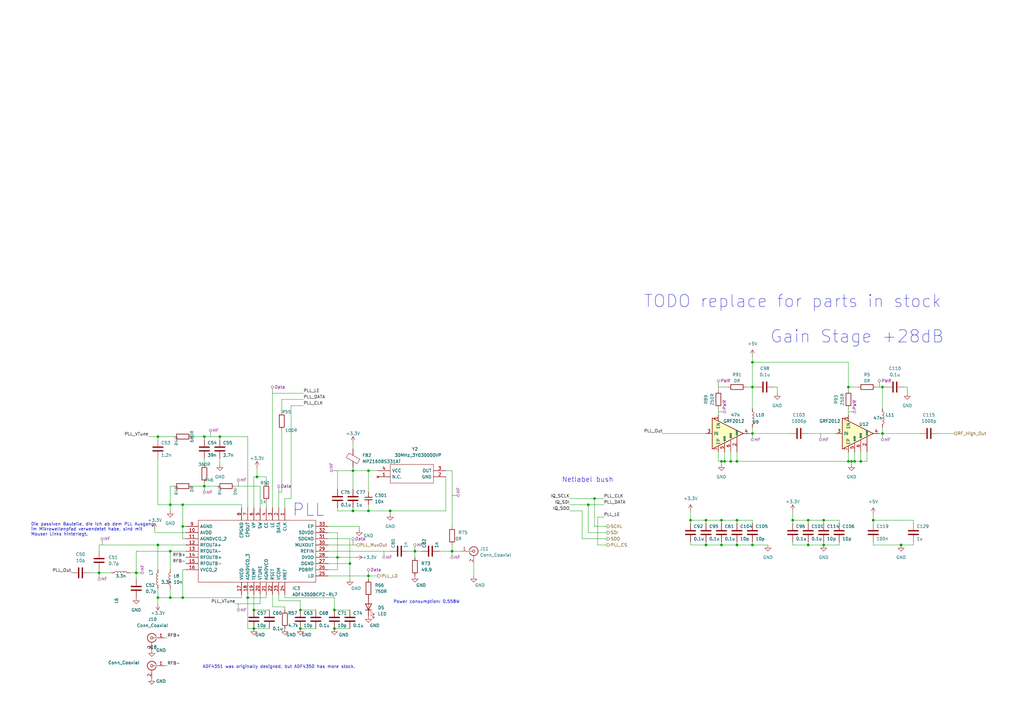
<source format=kicad_sch>
(kicad_sch (version 20231120) (generator "eeschema") (generator_version "8.0")
  (paper "A3")
  (lib_symbols
    (symbol "Connector:Conn_Coaxial" (pin_names (offset 1.016) hide)
      (property "Reference" "J" (at 0.254 3.048 0))
      (property "Value" "Conn_Coaxial" (at 2.921 0 90))
      (symbol "Conn_Coaxial_0_1"
        (arc (start -1.778 -0.508) (mid 0.2311 -1.8066) (end 1.778 0) (stroke (width 0.254)))
        (polyline (pts (xy -2.54 0) (xy -0.508 0)))
        (polyline (pts (xy 0 -2.54) (xy 0 -1.778)))
        (circle (center 0 0) (radius 0.508) (stroke (width 0.2032)))
        (arc (start 1.778 0) (mid 0.2099 1.8101) (end -1.778 0.508) (stroke (width 0.254)))
      )
      (symbol "Conn_Coaxial_1_1"
        (pin passive line (at -5.08 0 0) (length 2.54) (name "In") (number "1"))
        (pin passive line (at 0 -5.08 90) (length 2.54) (name "Ext") (number "2"))
      )
    )
    (symbol "Device:C" (pin_numbers hide) (pin_names (offset 0.254))
      (property "Reference" "C" (at 0.635 2.54 0))
      (property "Value" "C" (at 0.635 -2.54 0))
      (symbol "C_0_1"
        (polyline (pts (xy -2.032 -0.762) (xy 2.032 -0.762)) (stroke (width 0.508)))
        (polyline (pts (xy -2.032 0.762) (xy 2.032 0.762)) (stroke (width 0.508)))
      )
      (symbol "C_1_1"
        (pin passive line (at 0 3.81 270) (length 2.794) (name "~") (number "1"))
        (pin passive line (at 0 -3.81 90) (length 2.794) (name "~") (number "2"))
      )
    )
    (symbol "Device:C_Small" (pin_numbers hide) (pin_names (offset 0.254) hide)
      (property "Reference" "C" (at 0.254 1.778 0))
      (property "Value" "C_Small" (at 0.254 -2.032 0))
      (symbol "C_Small_0_1"
        (polyline (pts (xy -1.524 -0.508) (xy 1.524 -0.508)) (stroke (width 0.3302)))
        (polyline (pts (xy -1.524 0.508) (xy 1.524 0.508)) (stroke (width 0.3048)))
      )
      (symbol "C_Small_1_1"
        (pin passive line (at 0 2.54 270) (length 2.032) (name "~") (number "1"))
        (pin passive line (at 0 -2.54 90) (length 2.032) (name "~") (number "2"))
      )
    )
    (symbol "Device:FerriteBead" (pin_numbers hide) (pin_names (offset 0))
      (property "Reference" "FB" (at -3.81 0.635 90))
      (property "Value" "FerriteBead" (at 3.81 0 90))
      (symbol "FerriteBead_0_1"
        (polyline (pts (xy 0 -1.27) (xy 0 -1.2192)))
        (polyline (pts (xy 0 1.27) (xy 0 1.2954)))
        (polyline (pts (xy -2.7686 0.4064) (xy -1.7018 2.2606) (xy 2.7686 -0.3048) (xy 1.6764 -2.159) (xy -2.7686 0.4064)))
      )
      (symbol "FerriteBead_1_1"
        (pin passive line (at 0 3.81 270) (length 2.54) (name "~") (number "1"))
        (pin passive line (at 0 -3.81 90) (length 2.54) (name "~") (number "2"))
      )
    )
    (symbol "Device:L" (pin_numbers hide) (pin_names (offset 1.016) hide)
      (property "Reference" "L" (at -1.27 0 90))
      (property "Value" "L" (at 1.905 0 90))
      (symbol "L_0_1"
        (arc (start 0 -2.54) (mid 0.6323 -1.905) (end 0 -1.27))
        (arc (start 0 -1.27) (mid 0.6323 -0.635) (end 0 0))
        (arc (start 0 0) (mid 0.6323 0.635) (end 0 1.27))
        (arc (start 0 1.27) (mid 0.6323 1.905) (end 0 2.54))
      )
      (symbol "L_1_1"
        (pin passive line (at 0 3.81 270) (length 1.27) (name "1") (number "1"))
        (pin passive line (at 0 -3.81 90) (length 1.27) (name "2") (number "2"))
      )
    )
    (symbol "Device:LED" (pin_numbers hide) (pin_names (offset 1.016) hide)
      (property "Reference" "D" (at 0 2.54 0))
      (property "Value" "LED" (at 0 -2.54 0))
      (symbol "LED_0_1"
        (polyline (pts (xy -1.27 -1.27) (xy -1.27 1.27)) (stroke (width 0.254)))
        (polyline (pts (xy -1.27 0) (xy 1.27 0)))
        (polyline (pts (xy 1.27 -1.27) (xy 1.27 1.27) (xy -1.27 0) (xy 1.27 -1.27)) (stroke (width 0.254)))
        (polyline (pts (xy -3.048 -0.762) (xy -4.572 -2.286) (xy -3.81 -2.286) (xy -4.572 -2.286) (xy -4.572 -1.524)))
        (polyline (pts (xy -1.778 -0.762) (xy -3.302 -2.286) (xy -2.54 -2.286) (xy -3.302 -2.286) (xy -3.302 -1.524)))
      )
      (symbol "LED_1_1"
        (pin passive line (at -3.81 0 0) (length 2.54) (name "K") (number "1"))
        (pin passive line (at 3.81 0 180) (length 2.54) (name "A") (number "2"))
      )
    )
    (symbol "Device:R" (pin_numbers hide) (pin_names (offset 0))
      (property "Reference" "R" (at 2.032 0 90))
      (property "Value" "R" (at 0 0 90))
      (symbol "R_0_1"
        (rectangle (start -1.016 -2.54) (end 1.016 2.54) (stroke (width 0.254)))
      )
      (symbol "R_1_1"
        (pin passive line (at 0 3.81 270) (length 1.27) (name "~") (number "1"))
        (pin passive line (at 0 -3.81 90) (length 1.27) (name "~") (number "2"))
      )
    )
    (symbol "SamacSys_Parts:ADF4351BCPZ" (pin_names (offset 0.762))
      (property "Reference" "IC" (at 31.75 17.78 0))
      (property "Value" "ADF4351BCPZ" (at 31.75 15.24 0))
      (symbol "ADF4351BCPZ_0_0"
        (pin passive line (at 0 0 0) (length 5.08) (name "CLK") (number "1"))
        (pin passive line (at 10.16 -40.64 90) (length 5.08) (name "AVDD") (number "10"))
        (pin passive line (at 12.7 -40.64 90) (length 5.08) (name "AGNDVCO_2") (number "11"))
        (pin passive line (at 15.24 -40.64 90) (length 5.08) (name "RFOUTA+") (number "12"))
        (pin passive line (at 17.78 -40.64 90) (length 5.08) (name "RFOUTA-") (number "13"))
        (pin passive line (at 20.32 -40.64 90) (length 5.08) (name "RFOUTB+") (number "14"))
        (pin passive line (at 22.86 -40.64 90) (length 5.08) (name "RFOUTB-") (number "15"))
        (pin passive line (at 25.4 -40.64 90) (length 5.08) (name "VVCO_2") (number "16"))
        (pin passive line (at 35.56 -17.78 180) (length 5.08) (name "VVCO") (number "17"))
        (pin passive line (at 35.56 -15.24 180) (length 5.08) (name "AGNDVCO_3") (number "18"))
        (pin passive line (at 35.56 -12.7 180) (length 5.08) (name "TEMP") (number "19"))
        (pin passive line (at 0 -2.54 0) (length 5.08) (name "DATA") (number "2"))
        (pin passive line (at 35.56 -10.16 180) (length 5.08) (name "VTUNE") (number "20"))
        (pin passive line (at 35.56 -7.62 180) (length 5.08) (name "AGNDVCO") (number "21"))
        (pin passive line (at 35.56 -5.08 180) (length 5.08) (name "RSET") (number "22"))
        (pin passive line (at 35.56 -2.54 180) (length 5.08) (name "VCOM") (number "23"))
        (pin passive line (at 35.56 0 180) (length 5.08) (name "VREF") (number "24"))
        (pin passive line (at 27.94 17.78 270) (length 5.08) (name "LD") (number "25"))
        (pin passive line (at 25.4 17.78 270) (length 5.08) (name "PDBRF") (number "26"))
        (pin passive line (at 22.86 17.78 270) (length 5.08) (name "DGND") (number "27"))
        (pin passive line (at 20.32 17.78 270) (length 5.08) (name "DVDD") (number "28"))
        (pin passive line (at 17.78 17.78 270) (length 5.08) (name "REFIN") (number "29"))
        (pin passive line (at 0 -5.08 0) (length 5.08) (name "LE") (number "3"))
        (pin passive line (at 15.24 17.78 270) (length 5.08) (name "MUXOUT") (number "30"))
        (pin passive line (at 12.7 17.78 270) (length 5.08) (name "SDGND") (number "31"))
        (pin passive line (at 10.16 17.78 270) (length 5.08) (name "SDVDD") (number "32"))
        (pin passive line (at 7.62 17.78 270) (length 5.08) (name "EP") (number "33"))
        (pin passive line (at 0 -7.62 0) (length 5.08) (name "CE") (number "4"))
        (pin passive line (at 0 -10.16 0) (length 5.08) (name "SW") (number "5"))
        (pin passive line (at 0 -12.7 0) (length 5.08) (name "VP") (number "6"))
        (pin passive line (at 0 -15.24 0) (length 5.08) (name "CPOUT") (number "7"))
        (pin passive line (at 0 -17.78 0) (length 5.08) (name "CPGND") (number "8"))
        (pin passive line (at 7.62 -40.64 90) (length 5.08) (name "AGND") (number "9"))
      )
      (symbol "ADF4351BCPZ_0_1"
        (polyline (pts (xy 5.08 12.7) (xy 30.48 12.7) (xy 30.48 -35.56) (xy 5.08 -35.56) (xy 5.08 12.7)) (stroke (width 0.1524)))
      )
    )
    (symbol "SamacSys_Parts:TG2520SMN_30.000M-MCGNNM0" (pin_names (offset 0.762))
      (property "Reference" "Y" (at 24.13 7.62 0))
      (property "Value" "TG2520SMN_30.000M-MCGNNM0" (at 24.13 5.08 0))
      (symbol "TG2520SMN_30.000M-MCGNNM0_0_0"
        (pin no_connect line (at 0 -2.54 0) (length 5.08) (name "N.C.") (number "1"))
        (pin passive line (at 27.94 -2.54 180) (length 5.08) (name "GND") (number "2"))
        (pin passive line (at 27.94 0 180) (length 5.08) (name "OUT") (number "3"))
        (pin passive line (at 0 0 0) (length 5.08) (name "VCC") (number "4"))
      )
      (symbol "TG2520SMN_30.000M-MCGNNM0_0_1"
        (polyline (pts (xy 5.08 2.54) (xy 22.86 2.54) (xy 22.86 -5.08) (xy 5.08 -5.08) (xy 5.08 2.54)) (stroke (width 0.1524)))
      )
    )
    (symbol "parts:GRF2012"
      (property "Reference" "U" (at -17.78 1.27 0))
      (property "Value" "GRF2012" (at 8.89 6.35 0))
      (symbol "GRF2012_0_0"
        (pin output line (at 12.7 0 180) (length 2.54) (name "~") (number "4"))
        (pin passive line (at 2.54 -7.62 90) (length 3.8) (name "GND") (number "5"))
        (pin passive line (at 5.08 -7.62 90) (length 5.08) (name "GND") (number "6"))
        (pin passive line (at 0 -7.62 90) (length 2.54) (name "EP") (number "7"))
      )
      (symbol "GRF2012_0_1"
        (polyline (pts (xy 10.16 0) (xy -2.54 6.35) (xy -2.54 -6.35) (xy 10.16 0)) (stroke (width 0.254)) (fill (type background)))
      )
      (symbol "GRF2012_1_1"
        (pin input line (at 0 7.62 270) (length 2.54) (name "EN") (number "1"))
        (pin passive line (at 7.62 -7.62 90) (length 6.2) (name "GND") (number "2"))
        (pin input line (at -5.08 0 0) (length 2.54) (name "IN") (number "3"))
      )
    )
    (symbol "power:+3.3V" (power) (pin_names (offset 0))
      (property "Value" "+3.3V" (at 0 3.556 0))
      (symbol "+3.3V_0_1"
        (polyline (pts (xy -0.762 1.27) (xy 0 2.54)))
        (polyline (pts (xy 0 0) (xy 0 2.54)))
        (polyline (pts (xy 0 2.54) (xy 0.762 1.27)))
      )
      (symbol "+3.3V_1_1"
        (pin power_in line (at 0 0 90) (length 0) hide (name "+3.3V") (number "1"))
      )
    )
    (symbol "power:+5V" (power) (pin_names (offset 0))
      (property "Value" "+5V" (at 0 3.556 0))
      (symbol "+5V_0_1"
        (polyline (pts (xy -0.762 1.27) (xy 0 2.54)))
        (polyline (pts (xy 0 0) (xy 0 2.54)))
        (polyline (pts (xy 0 2.54) (xy 0.762 1.27)))
      )
      (symbol "+5V_1_1"
        (pin power_in line (at 0 0 90) (length 0) hide (name "+5V") (number "1"))
      )
    )
    (symbol "power:GND" (power) (pin_names (offset 0))
      (property "Value" "GND" (at 0 -3.81 0))
      (symbol "GND_0_1"
        (polyline (pts (xy 0 0) (xy 0 -1.27) (xy 1.27 -1.27) (xy 0 -2.54) (xy -1.27 -1.27) (xy 0 -1.27)))
      )
      (symbol "GND_1_1"
        (pin power_in line (at 0 0 270) (length 0) hide (name "GND") (number "1"))
      )
    )
  )
  (junction (at 325.12 213.36))
  (junction (at 40.64 234.95))
  (junction (at 137.16 250.19))
  (junction (at 185.42 226.06))
  (junction (at 104.14 257.81))
  (junction (at 170.18 226.06))
  (junction (at 69.85 226.06))
  (junction (at 64.77 179.07))
  (junction (at 90.17 179.07))
  (junction (at 350.52 189.23))
  (junction (at 138.43 228.6))
  (junction (at 64.77 223.52))
  (junction (at 358.14 213.36))
  (junction (at 83.82 179.07))
  (junction (at 74.93 215.9))
  (junction (at 331.47 213.36))
  (junction (at 347.98 158.75))
  (junction (at 241.3 207.01))
  (junction (at 144.78 209.55))
  (junction (at 353.06 189.23))
  (junction (at 299.72 189.23))
  (junction (at 143.51 231.14))
  (junction (at 295.91 213.36))
  (junction (at 289.56 213.36))
  (junction (at 361.95 177.8))
  (junction (at 337.82 223.52))
  (junction (at 302.26 213.36))
  (junction (at 308.61 177.8))
  (junction (at 151.13 193.04))
  (junction (at 349.25 189.23))
  (junction (at 283.21 213.36))
  (junction (at 160.02 209.55))
  (junction (at 64.77 245.11))
  (junction (at 331.47 223.52))
  (junction (at 69.85 245.11))
  (junction (at 69.85 207.01))
  (junction (at 337.82 213.36))
  (junction (at 295.91 189.23))
  (junction (at 104.14 250.19))
  (junction (at 144.78 193.04))
  (junction (at 295.91 223.52))
  (junction (at 151.13 209.55))
  (junction (at 151.13 236.22))
  (junction (at 302.26 189.23))
  (junction (at 123.19 257.81))
  (junction (at 137.16 257.81))
  (junction (at 302.26 223.52))
  (junction (at 308.61 148.59))
  (junction (at 289.56 223.52))
  (junction (at 308.61 223.52))
  (junction (at 243.84 204.47))
  (junction (at 347.98 189.23))
  (junction (at 105.41 195.58))
  (junction (at 123.19 250.19))
  (junction (at 74.93 207.01))
  (junction (at 74.93 245.11))
  (junction (at 361.95 158.75))
  (junction (at 55.88 234.95))
  (junction (at 369.57 223.52))
  (junction (at 297.18 189.23))
  (junction (at 101.6 245.11))
  (junction (at 308.61 158.75))
  (junction (at 83.82 199.39))
  (wire (pts (xy 104.14 195.58) (xy 105.41 195.58)))
  (wire (pts (xy 351.79 158.75) (xy 347.98 158.75)))
  (wire (pts (xy 289.56 223.52) (xy 295.91 223.52)))
  (wire (pts (xy 137.16 250.19) (xy 143.51 250.19)))
  (wire (pts (xy 90.17 187.96) (xy 90.17 190.5)))
  (wire (pts (xy 138.43 228.6) (xy 146.05 228.6)))
  (wire (pts (xy 137.16 245.11) (xy 137.16 250.19)))
  (wire (pts (xy 99.06 208.28) (xy 99.06 207.01)))
  (wire (pts (xy 359.41 158.75) (xy 361.95 158.75)))
  (wire (pts (xy 104.14 195.58) (xy 104.14 208.28)))
  (wire (pts (xy 99.06 207.01) (xy 74.93 207.01)))
  (wire (pts (xy 74.93 215.9) (xy 76.2 215.9)))
  (wire (pts (xy 358.14 213.36) (xy 374.65 213.36)))
  (wire (pts (xy 248.92 218.44) (xy 241.3 218.44)))
  (wire (pts (xy 111.76 248.92) (xy 116.84 248.92)))
  (wire (pts (xy 74.93 220.98) (xy 74.93 215.9)))
  (wire (pts (xy 331.47 213.36) (xy 331.47 214.63)))
  (wire (pts (xy 302.26 213.36) (xy 308.61 213.36)))
  (wire (pts (xy 144.78 209.55) (xy 144.78 208.28)))
  (wire (pts (xy 124.46 161.29) (xy 111.76 161.29)))
  (wire (pts (xy 64.77 187.96) (xy 64.77 207.01)))
  (wire (pts (xy 123.19 257.81) (xy 129.54 257.81)))
  (wire (pts (xy 151.13 209.55) (xy 160.02 209.55)))
  (wire (pts (xy 347.98 148.59) (xy 347.98 158.75)))
  (wire (pts (xy 151.13 236.22) (xy 154.94 236.22)))
  (wire (pts (xy 369.57 223.52) (xy 374.65 223.52)))
  (wire (pts (xy 83.82 179.07) (xy 83.82 180.34)))
  (wire (pts (xy 134.62 236.22) (xy 151.13 236.22)))
  (wire (pts (xy 337.82 223.52) (xy 331.47 223.52)))
  (wire (pts (xy 170.18 226.06) (xy 172.72 226.06)))
  (wire (pts (xy 295.91 189.23) (xy 297.18 189.23)))
  (wire (pts (xy 67.31 261.62) (xy 68.58 261.62)))
  (wire (pts (xy 123.19 250.19) (xy 123.19 246.38)))
  (wire (pts (xy 64.77 223.52) (xy 64.77 233.68)))
  (wire (pts (xy 55.88 226.06) (xy 69.85 226.06)))
  (wire (pts (xy 64.77 223.52) (xy 76.2 223.52)))
  (wire (pts (xy 64.77 245.11) (xy 64.77 241.3)))
  (wire (pts (xy 302.26 223.52) (xy 308.61 223.52)))
  (wire (pts (xy 294.64 158.75) (xy 294.64 160.02)))
  (wire (pts (xy 295.91 189.23) (xy 295.91 190.5)))
  (wire (pts (xy 83.82 187.96) (xy 83.82 190.5)))
  (wire (pts (xy 96.52 199.39) (xy 106.68 199.39)))
  (wire (pts (xy 106.68 243.84) (xy 106.68 247.65)))
  (wire (pts (xy 101.6 243.84) (xy 101.6 245.11)))
  (wire (pts (xy 69.85 226.06) (xy 76.2 226.06)))
  (wire (pts (xy 325.12 209.55) (xy 325.12 213.36)))
  (wire (pts (xy 360.68 177.8) (xy 361.95 177.8)))
  (wire (pts (xy 283.21 222.25) (xy 283.21 223.52)))
  (wire (pts (xy 248.92 215.9) (xy 243.84 215.9)))
  (wire (pts (xy 104.14 257.81) (xy 110.49 257.81)))
  (wire (pts (xy 325.12 213.36) (xy 325.12 214.63)))
  (wire (pts (xy 151.13 193.04) (xy 151.13 201.93)))
  (wire (pts (xy 349.25 189.23) (xy 349.25 190.5)))
  (wire (pts (xy 374.65 213.36) (xy 374.65 214.63)))
  (wire (pts (xy 318.77 158.75) (xy 317.5 158.75)))
  (wire (pts (xy 347.98 167.64) (xy 347.98 170.18)))
  (wire (pts (xy 247.65 212.09) (xy 245.11 212.09)))
  (wire (pts (xy 241.3 207.01) (xy 247.65 207.01)))
  (wire (pts (xy 134.62 228.6) (xy 138.43 228.6)))
  (wire (pts (xy 325.12 213.36) (xy 331.47 213.36)))
  (wire (pts (xy 308.61 177.8) (xy 323.85 177.8)))
  (wire (pts (xy 185.42 193.04) (xy 185.42 215.9)))
  (wire (pts (xy 101.6 257.81) (xy 104.14 257.81)))
  (wire (pts (xy 355.6 185.42) (xy 355.6 189.23)))
  (wire (pts (xy 294.64 167.64) (xy 294.64 170.18)))
  (wire (pts (xy 243.84 204.47) (xy 247.65 204.47)))
  (wire (pts (xy 99.06 243.84) (xy 99.06 245.11)))
  (wire (pts (xy 271.78 177.8) (xy 289.56 177.8)))
  (wire (pts (xy 185.42 226.06) (xy 185.42 223.52)))
  (wire (pts (xy 144.78 193.04) (xy 144.78 200.66)))
  (wire (pts (xy 337.82 223.52) (xy 337.82 222.25)))
  (wire (pts (xy 67.31 273.05) (xy 68.58 273.05)))
  (wire (pts (xy 40.64 223.52) (xy 40.64 226.06)))
  (wire (pts (xy 347.98 189.23) (xy 349.25 189.23)))
  (wire (pts (xy 138.43 209.55) (xy 144.78 209.55)))
  (wire (pts (xy 302.26 185.42) (xy 302.26 189.23)))
  (wire (pts (xy 289.56 213.36) (xy 289.56 214.63)))
  (wire (pts (xy 137.16 245.11) (xy 116.84 245.11)))
  (wire (pts (xy 358.14 210.82) (xy 358.14 213.36)))
  (wire (pts (xy 167.64 226.06) (xy 170.18 226.06)))
  (wire (pts (xy 349.25 189.23) (xy 350.52 189.23)))
  (wire (pts (xy 151.13 207.01) (xy 151.13 209.55)))
  (wire (pts (xy 294.64 185.42) (xy 294.64 189.23)))
  (wire (pts (xy 134.62 226.06) (xy 160.02 226.06)))
  (wire (pts (xy 134.62 231.14) (xy 143.51 231.14)))
  (wire (pts (xy 374.65 222.25) (xy 374.65 223.52)))
  (wire (pts (xy 325.12 223.52) (xy 325.12 222.25)))
  (wire (pts (xy 55.88 234.95) (xy 55.88 237.49)))
  (wire (pts (xy 299.72 189.23) (xy 302.26 189.23)))
  (wire (pts (xy 96.52 247.65) (xy 106.68 247.65)))
  (wire (pts (xy 40.64 234.95) (xy 45.72 234.95)))
  (wire (pts (xy 60.96 179.07) (xy 64.77 179.07)))
  (wire (pts (xy 69.85 245.11) (xy 64.77 245.11)))
  (wire (pts (xy 361.95 158.75) (xy 361.95 167.64)))
  (wire (pts (xy 83.82 179.07) (xy 78.74 179.07)))
  (wire (pts (xy 119.38 204.47) (xy 116.84 204.47)))
  (wire (pts (xy 134.62 215.9) (xy 147.32 215.9)))
  (wire (pts (xy 308.61 213.36) (xy 308.61 214.63)))
  (wire (pts (xy 308.61 158.75) (xy 309.88 158.75)))
  (wire (pts (xy 134.62 218.44) (xy 138.43 218.44)))
  (wire (pts (xy 40.64 233.68) (xy 40.64 234.95)))
  (wire (pts (xy 64.77 180.34) (xy 64.77 179.07)))
  (wire (pts (xy 109.22 245.11) (xy 101.6 245.11)))
  (wire (pts (xy 344.17 213.36) (xy 344.17 214.63)))
  (wire (pts (xy 138.43 200.66) (xy 138.43 193.04)))
  (wire (pts (xy 134.62 233.68) (xy 138.43 233.68)))
  (wire (pts (xy 105.41 195.58) (xy 105.41 191.77)))
  (wire (pts (xy 90.17 179.07) (xy 83.82 179.07)))
  (wire (pts (xy 74.93 207.01) (xy 74.93 215.9)))
  (wire (pts (xy 361.95 158.75) (xy 363.22 158.75)))
  (wire (pts (xy 144.78 181.61) (xy 144.78 184.15)))
  (wire (pts (xy 104.14 250.19) (xy 110.49 250.19)))
  (wire (pts (xy 337.82 213.36) (xy 344.17 213.36)))
  (wire (pts (xy 114.3 201.93) (xy 115.57 201.93)))
  (wire (pts (xy 104.14 243.84) (xy 104.14 250.19)))
  (wire (pts (xy 99.06 245.11) (xy 74.93 245.11)))
  (wire (pts (xy 308.61 146.05) (xy 308.61 148.59)))
  (wire (pts (xy 138.43 233.68) (xy 138.43 228.6)))
  (wire (pts (xy 331.47 223.52) (xy 325.12 223.52)))
  (wire (pts (xy 151.13 236.22) (xy 151.13 237.49)))
  (wire (pts (xy 337.82 213.36) (xy 337.82 214.63)))
  (wire (pts (xy 238.76 209.55) (xy 233.68 209.55)))
  (wire (pts (xy 109.22 243.84) (xy 109.22 245.11)))
  (wire (pts (xy 308.61 175.26) (xy 308.61 177.8)))
  (wire (pts (xy 115.57 176.53) (xy 115.57 201.93)))
  (wire (pts (xy 144.78 193.04) (xy 151.13 193.04)))
  (wire (pts (xy 90.17 179.07) (xy 90.17 180.34)))
  (wire (pts (xy 74.93 207.01) (xy 69.85 207.01)))
  (wire (pts (xy 116.84 245.11) (xy 116.84 243.84)))
  (wire (pts (xy 294.64 189.23) (xy 295.91 189.23)))
  (wire (pts (xy 53.34 234.95) (xy 55.88 234.95)))
  (wire (pts (xy 347.98 158.75) (xy 347.98 160.02)))
  (wire (pts (xy 298.45 158.75) (xy 294.64 158.75)))
  (wire (pts (xy 74.93 245.11) (xy 69.85 245.11)))
  (wire (pts (xy 308.61 148.59) (xy 347.98 148.59)))
  (wire (pts (xy 297.18 185.42) (xy 297.18 189.23)))
  (wire (pts (xy 350.52 189.23) (xy 353.06 189.23)))
  (wire (pts (xy 361.95 177.8) (xy 377.19 177.8)))
  (wire (pts (xy 344.17 223.52) (xy 337.82 223.52)))
  (wire (pts (xy 302.26 189.23) (xy 347.98 189.23)))
  (wire (pts (xy 358.14 222.25) (xy 358.14 223.52)))
  (wire (pts (xy 109.22 205.74) (xy 109.22 208.28)))
  (wire (pts (xy 101.6 208.28) (xy 101.6 179.07)))
  (wire (pts (xy 109.22 195.58) (xy 109.22 198.12)))
  (wire (pts (xy 69.85 241.3) (xy 69.85 245.11)))
  (wire (pts (xy 111.76 161.29) (xy 111.76 208.28)))
  (wire (pts (xy 318.77 161.29) (xy 318.77 158.75)))
  (wire (pts (xy 307.34 177.8) (xy 308.61 177.8)))
  (wire (pts (xy 358.14 223.52) (xy 369.57 223.52)))
  (wire (pts (xy 64.77 245.11) (xy 64.77 247.65)))
  (wire (pts (xy 40.64 223.52) (xy 64.77 223.52)))
  (wire (pts (xy 180.34 226.06) (xy 185.42 226.06)))
  (wire (pts (xy 134.62 223.52) (xy 146.05 223.52)))
  (wire (pts (xy 115.57 163.83) (xy 124.46 163.83)))
  (wire (pts (xy 295.91 213.36) (xy 302.26 213.36)))
  (wire (pts (xy 119.38 166.37) (xy 124.46 166.37)))
  (wire (pts (xy 185.42 226.06) (xy 189.23 226.06)))
  (wire (pts (xy 105.41 195.58) (xy 109.22 195.58)))
  (wire (pts (xy 138.43 208.28) (xy 138.43 209.55)))
  (wire (pts (xy 138.43 218.44) (xy 138.43 228.6)))
  (wire (pts (xy 295.91 223.52) (xy 302.26 223.52)))
  (wire (pts (xy 123.19 250.19) (xy 129.54 250.19)))
  (wire (pts (xy 69.85 207.01) (xy 69.85 209.55)))
  (wire (pts (xy 245.11 223.52) (xy 248.92 223.52)))
  (wire (pts (xy 283.21 213.36) (xy 283.21 214.63)))
  (wire (pts (xy 243.84 215.9) (xy 243.84 204.47)))
  (wire (pts (xy 295.91 213.36) (xy 295.91 214.63)))
  (wire (pts (xy 55.88 226.06) (xy 55.88 234.95)))
  (wire (pts (xy 160.02 209.55) (xy 160.02 210.82)))
  (wire (pts (xy 331.47 213.36) (xy 337.82 213.36)))
  (wire (pts (xy 283.21 213.36) (xy 289.56 213.36)))
  (wire (pts (xy 306.07 158.75) (xy 308.61 158.75)))
  (wire (pts (xy 283.21 223.52) (xy 289.56 223.52)))
  (wire (pts (xy 295.91 222.25) (xy 295.91 223.52)))
  (wire (pts (xy 344.17 222.25) (xy 344.17 223.52)))
  (wire (pts (xy 134.62 220.98) (xy 143.51 220.98)))
  (wire (pts (xy 372.11 161.29) (xy 372.11 158.75)))
  (wire (pts (xy 358.14 213.36) (xy 358.14 214.63)))
  (wire (pts (xy 182.88 193.04) (xy 185.42 193.04)))
  (wire (pts (xy 74.93 245.11) (xy 74.93 233.68)))
  (wire (pts (xy 76.2 220.98) (xy 74.93 220.98)))
  (wire (pts (xy 331.47 223.52) (xy 331.47 222.25)))
  (wire (pts (xy 78.74 199.39) (xy 83.82 199.39)))
  (wire (pts (xy 144.78 191.77) (xy 144.78 193.04)))
  (wire (pts (xy 238.76 220.98) (xy 238.76 209.55)))
  (wire (pts (xy 69.85 233.68) (xy 69.85 226.06)))
  (wire (pts (xy 245.11 212.09) (xy 245.11 223.52)))
  (wire (pts (xy 297.18 189.23) (xy 299.72 189.23)))
  (wire (pts (xy 194.31 231.14) (xy 194.31 236.22)))
  (wire (pts (xy 182.88 195.58) (xy 182.88 209.55)))
  (wire (pts (xy 71.12 199.39) (xy 69.85 199.39)))
  (wire (pts (xy 147.32 217.17) (xy 147.32 215.9)))
  (wire (pts (xy 115.57 168.91) (xy 115.57 163.83)))
  (wire (pts (xy 101.6 245.11) (xy 101.6 257.81)))
  (wire (pts (xy 83.82 199.39) (xy 88.9 199.39)))
  (wire (pts (xy 138.43 193.04) (xy 144.78 193.04)))
  (wire (pts (xy 137.16 257.81) (xy 143.51 257.81)))
  (wire (pts (xy 143.51 231.14) (xy 143.51 237.49)))
  (wire (pts (xy 308.61 148.59) (xy 308.61 158.75)))
  (wire (pts (xy 384.81 177.8) (xy 391.16 177.8)))
  (wire (pts (xy 63.5 218.44) (xy 76.2 218.44)))
  (wire (pts (xy 299.72 185.42) (xy 299.72 189.23)))
  (wire (pts (xy 353.06 189.23) (xy 355.6 189.23)))
  (wire (pts (xy 114.3 208.28) (xy 114.3 201.93)))
  (wire (pts (xy 308.61 223.52) (xy 314.96 223.52)))
  (wire (pts (xy 241.3 218.44) (xy 241.3 207.01)))
  (wire (pts (xy 302.26 213.36) (xy 302.26 214.63)))
  (wire (pts (xy 64.77 179.07) (xy 71.12 179.07)))
  (wire (pts (xy 69.85 199.39) (xy 69.85 207.01)))
  (wire (pts (xy 114.3 246.38) (xy 114.3 243.84)))
  (wire (pts (xy 116.84 204.47) (xy 116.84 208.28)))
  (wire (pts (xy 308.61 158.75) (xy 308.61 167.64)))
  (wire (pts (xy 74.93 233.68) (xy 76.2 233.68)))
  (wire (pts (xy 347.98 185.42) (xy 347.98 189.23)))
  (wire (pts (xy 283.21 209.55) (xy 283.21 213.36)))
  (wire (pts (xy 116.84 248.92) (xy 116.84 250.19)))
  (wire (pts (xy 353.06 185.42) (xy 353.06 189.23)))
  (wire (pts (xy 350.52 185.42) (xy 350.52 189.23)))
  (wire (pts (xy 182.88 209.55) (xy 160.02 209.55)))
  (wire (pts (xy 372.11 158.75) (xy 370.84 158.75)))
  (wire (pts (xy 151.13 193.04) (xy 154.94 193.04)))
  (wire (pts (xy 289.56 222.25) (xy 289.56 223.52)))
  (wire (pts (xy 36.83 234.95) (xy 40.64 234.95)))
  (wire (pts (xy 106.68 199.39) (xy 106.68 208.28)))
  (wire (pts (xy 170.18 226.06) (xy 170.18 228.6)))
  (wire (pts (xy 241.3 207.01) (xy 233.68 207.01)))
  (wire (pts (xy 331.47 177.8) (xy 342.9 177.8)))
  (wire (pts (xy 302.26 222.25) (xy 302.26 223.52)))
  (wire (pts (xy 289.56 213.36) (xy 295.91 213.36)))
  (wire (pts (xy 143.51 220.98) (xy 143.51 231.14)))
  (wire (pts (xy 248.92 220.98) (xy 238.76 220.98)))
  (wire (pts (xy 119.38 166.37) (xy 119.38 204.47)))
  (wire (pts (xy 123.19 246.38) (xy 114.3 246.38)))
  (wire (pts (xy 361.95 175.26) (xy 361.95 177.8)))
  (wire (pts (xy 233.68 204.47) (xy 243.84 204.47)))
  (wire (pts (xy 63.5 218.44) (xy 63.5 217.17)))
  (wire (pts (xy 308.61 222.25) (xy 308.61 223.52)))
  (wire (pts (xy 144.78 209.55) (xy 151.13 209.55)))
  (wire (pts (xy 83.82 198.12) (xy 83.82 199.39)))
  (wire (pts (xy 64.77 207.01) (xy 69.85 207.01)))
  (wire (pts (xy 111.76 243.84) (xy 111.76 248.92)))
  (wire (pts (xy 101.6 179.07) (xy 90.17 179.07)))
  (text "Netlabel bush" (at 241.046 196.85 0) (effects (font (size 2 2))))
  (text "Power consumption: 0.558W" (at 161.29 247.65 0) (effects (font (size 1.27 1.27)) (justify left bottom)))
  (text "PLL" (at 126.492 209.296 0) (effects (font (size 5.08 5.08))))
  (text "Die passiven Bauteile, die ich ab dem PLL Ausgang\nim Mikrowellenpfad verwendetet habe, sind mit\nMouser Links hinterlegt.\n" (at 12.7 217.17 0) (effects (font (size 1.27 1.27)) (justify left)))
  (text "Gain Stage +28dB" (at 351.536 138.176 0) (effects (font (size 5.08 5.08))))
  (text "TODO replace for parts in stock" (at 325.12 123.698 0) (effects (font (size 5 5))))
  (text "ADF4351 was originally designed, but ADF4350 has more stock." (at 83.058 273.558 0) (effects (font (size 1.27 1.27)) (justify left)))
  (label "RFB+" (at 68.58 261.62 0))
  (label "RFB+" (at 76.2 228.6 180))
  (label "IQ_SCLK" (at 233.68 204.47 180))
  (label "RFB-" (at 68.58 273.05 0))
  (label "PLL_VTune" (at 60.96 179.07 180))
  (label "IQ_SDO" (at 233.68 209.55 180))
  (label "PLL_DATA" (at 124.46 163.83 0))
  (label "PLL_CLK" (at 247.65 204.47 0))
  (label "RFB-" (at 76.2 231.14 180))
  (label "PLL_Out" (at 29.21 234.95 180))
  (label "IQ_SDI" (at 233.68 207.01 180))
  (label "PLL_Out" (at 271.78 177.8 180))
  (label "PLL_DATA" (at 247.65 207.01 0))
  (label "PLL_CLK" (at 124.46 166.37 0))
  (label "PLL_VTune" (at 96.52 247.65 180))
  (label "PLL_LE" (at 247.65 212.09 0))
  (label "PLL_LE" (at 124.46 161.29 0))
  (hierarchical_label "PLL_CS" (shape output) (at 248.92 223.52 0))
  (hierarchical_label "SDI" (shape output) (at 248.92 218.44 0))
  (hierarchical_label "SDO" (shape output) (at 248.92 220.98 0))
  (hierarchical_label "PLL_LD" (shape output) (at 154.94 236.22 0))
  (hierarchical_label "PLL_MuxOut" (shape input) (at 146.05 223.52 0))
  (hierarchical_label "SCKL" (shape output) (at 248.92 215.9 0))
  (hierarchical_label "RF_High_Out" (shape input) (at 391.16 177.8 0))
  (netclass_flag "" (length 2.54) (shape round) (at 40.64 234.95 180) (property "Netclass" "HF" (at 41.3385 237.49 0) (effects (font (italic yes)) (justify left))))
  (netclass_flag "" (length 2.54) (shape round) (at 336.55 177.8 180) (property "Netclass" "HF" (at 337.2485 180.34 0) (effects (font (italic yes)) (justify left))))
  (netclass_flag "" (length 2.54) (shape round) (at 157.48 226.06 180) (property "Netclass" "HF" (at 158.1785 228.6 0) (effects (font (italic yes)) (justify left))))
  (netclass_flag "" (length 2.54) (shape round) (at 144.78 223.52 0) (property "Netclass" "Data" (at 145.4785 220.98 0) (effects (font (italic yes)) (justify left))))
  (netclass_flag "" (length 2.54) (shape round) (at 151.13 236.22 0) (property "Netclass" "Data" (at 151.8285 233.68 0) (effects (font (italic yes)) (justify left))))
  (netclass_flag "" (length 2.54) (shape round) (at 97.79 199.39 0) (property "Netclass" "HF" (at 98.4885 196.85 0) (effects (font (italic yes)) (justify left))))
  (netclass_flag "" (length 2.54) (shape round) (at 114.3 201.93 0) (property "Netclass" "Data" (at 114.9985 199.39 0) (effects (font (italic yes)) (justify left))))
  (netclass_flag "" (length 2.54) (shape round) (at 83.82 199.39 180) (property "Netclass" "HF" (at 84.5185 201.93 0) (effects (font (italic yes)) (justify left))))
  (netclass_flag "" (length 2.54) (shape round) (at 185.42 203.2 270) (property "Netclass" "HF" (at 187.96 202.5015 90) (effects (font (italic yes)) (justify left))))
  (netclass_flag "" (length 2.54) (shape round) (at 347.98 168.91 270) (property "Netclass" "PWR" (at 350.52 168.2115 90) (effects (font (italic yes)) (justify left))))
  (netclass_flag "" (length 2.54) (shape round) (at 308.61 177.8 180) (property "Netclass" "HF" (at 309.3085 180.34 0) (effects (font (italic yes)) (justify left))))
  (netclass_flag "" (length 2.54) (shape round) (at 41.91 223.52 0) (property "Netclass" "HF" (at 42.6085 220.98 0) (effects (font (italic yes)) (justify left))))
  (netclass_flag "" (length 2.54) (shape round) (at 111.76 161.29 0) (property "Netclass" "Data" (at 112.4585 158.75 0) (effects (font (italic yes)) (justify left))))
  (netclass_flag "" (length 2.54) (shape round) (at 86.36 179.07 0) (property "Netclass" "HF" (at 87.0585 176.53 0) (effects (font (italic yes)) (justify left))))
  (netclass_flag "" (length 2.54) (shape round) (at 360.68 158.75 0) (property "Netclass" "PWR" (at 361.3785 156.21 0) (effects (font (italic yes)) (justify left))))
  (netclass_flag "" (length 2.54) (shape round) (at 97.79 247.65 180) (property "Netclass" "HF" (at 98.4885 250.19 0) (effects (font (italic yes)) (justify left))))
  (netclass_flag "" (length 2.54) (shape round) (at 170.18 226.06 0) (property "Netclass" "HF" (at 170.8785 223.52 0) (effects (font (italic yes)) (justify left))))
  (netclass_flag "" (length 2.54) (shape round) (at 55.88 234.95 270) (property "Netclass" "HF" (at 58.42 234.2515 90) (effects (font (italic yes)) (justify left))))
  (netclass_flag "" (length 2.54) (shape round) (at 138.43 193.04 90) (property "Netclass" "HF" (at 135.89 192.3415 90) (effects (font (italic yes)) (justify left))))
  (netclass_flag "" (length 2.54) (shape round) (at 361.95 177.8 180) (property "Netclass" "HF" (at 362.6485 180.34 0) (effects (font (italic yes)) (justify left))))
  (netclass_flag "" (length 2.54) (shape round) (at 294.64 158.75 0) (property "Netclass" "PWR" (at 295.3385 156.21 0) (effects (font (italic yes)) (justify left))))
  (netclass_flag "" (length 2.54) (shape round) (at 185.42 226.06 180) (property "Netclass" "HF" (at 186.1185 228.6 0) (effects (font (italic yes)) (justify left))))
  (netclass_flag "" (length 2.54) (shape round) (at 294.64 168.91 270) (property "Netclass" "PWR" (at 297.18 168.2115 90) (effects (font (italic yes)) (justify left))))
  (symbol (lib_id "power:+3.3V") (at 325.12 209.55 0) (unit 1)
    (property "Reference" "#PWR022" (effects (hide yes)))
    (property "Value" "+3.3V" (at 325.12 205.74 0))
  )
  (symbol (lib_id "parts:GRF2012") (at 294.64 177.8 0) (unit 1)
    (property "Reference" "U9" (at 309.88 173.101 0))
    (property "Value" "GRF2012" (at 300.99 172.72 0))
    (property "Footprint" "Package_DFN_QFN:DFN-6-1EP_2x2mm_P0.5mm_EP0.6x1.37mm" (effects (hide yes)))
    (property "Datasheet" "https://www.guerrilla-rf.com/products/DataSheet?sku=2012&file_name=GRF2012DS.pdf" (effects (hide yes)))
  )
  (symbol (lib_id "power:GND") (at 337.82 223.52 0) (unit 1)
    (property "Reference" "#PWR0125" (effects (hide yes)))
    (property "Value" "GND" (at 337.82 228.6 0))
  )
  (symbol (lib_id "Device:R") (at 92.71 199.39 90) (unit 1)
    (property "Reference" "R47" (at 90.17 203.2 0) (effects (justify left)))
    (property "Value" "DNI" (at 96.52 203.2 0) (effects (justify left)))
    (property "Footprint" "Resistor_SMD:R_0603_1608Metric" (effects (hide yes)))
  )
  (symbol (lib_id "power:+3.3V") (at 64.77 247.65 180) (unit 1)
    (property "Reference" "#PWR023" (effects (hide yes)))
    (property "Value" "+3.3V" (at 64.77 251.46 0))
  )
  (symbol (lib_id "power:GND") (at 62.23 266.7 0) (unit 1)
    (property "Reference" "#PWR0108" (effects (hide yes)))
    (property "Value" "GND" (at 66.04 266.7 0))
  )
  (symbol (lib_id "Device:C") (at 163.83 226.06 90) (unit 1)
    (property "Reference" "C80" (at 161.29 224.79 0) (effects (justify left)))
    (property "Value" "1n" (at 166.37 224.79 0) (effects (justify left)))
    (property "Footprint" "Capacitor_SMD:C_0402_1005Metric" (effects (hide yes)))
  )
  (symbol (lib_id "Device:C") (at 289.56 218.44 0) (unit 1)
    (property "Reference" "C95" (at 290.83 215.9 0) (effects (justify left)))
    (property "Value" "0.1u" (at 290.83 220.98 0) (effects (justify left)))
    (property "Footprint" "Capacitor_SMD:C_0603_1608Metric" (effects (hide yes)))
  )
  (symbol (lib_id "Device:C") (at 308.61 218.44 0) (unit 1)
    (property "Reference" "C105" (at 309.88 215.9 0) (effects (justify left)))
    (property "Value" "10p" (at 309.88 220.98 0) (effects (justify left)))
    (property "Footprint" "Capacitor_SMD:C_0603_1608Metric" (effects (hide yes)))
  )
  (symbol (lib_id "Device:C") (at 83.82 184.15 0) (unit 1)
    (property "Reference" "C54" (at 85.09 181.61 0) (effects (justify left)))
    (property "Value" "39n" (at 85.09 186.69 0) (effects (justify left)))
    (property "Footprint" "Capacitor_SMD:C_0603_1608Metric" (effects (hide yes)))
  )
  (symbol (lib_id "SamacSys_Parts:ADF4351BCPZ") (at 116.84 208.28 270) (unit 1)
    (property "Reference" "IC3" (at 119.8565 241.3 90) (effects (justify left)))
    (property "Value" "ADF4350BCPZ-RL7" (at 119.8565 243.84 90) (effects (justify left)))
    (property "Footprint" "SamacSys_Parts:QFN50P500X500X100-33N" (effects (hide yes)))
    (property "Description" "Wideband Synthesizer with Integrated VCO" (effects (hide yes)))
    (property "LCSC" "C98705" (effects (hide yes)))
  )
  (symbol (lib_id "power:GND") (at 318.77 161.29 0) (unit 1)
    (property "Reference" "#PWR0129" (effects (hide yes)))
    (property "Value" "GND" (at 318.77 166.37 0))
  )
  (symbol (lib_id "Device:C") (at 325.12 218.44 0) (unit 1)
    (property "Reference" "C96" (at 326.39 215.9 0) (effects (justify left)))
    (property "Value" "0.1u" (at 326.39 220.98 0) (effects (justify left)))
    (property "Footprint" "Capacitor_SMD:C_0603_1608Metric" (effects (hide yes)))
  )
  (symbol (lib_id "power:+5V") (at 358.14 210.82 0) (unit 1)
    (property "Reference" "#PWR0124" (effects (hide yes)))
    (property "Value" "+5V" (at 358.14 205.74 0))
  )
  (symbol (lib_id "power:+5V") (at 308.61 146.05 0) (unit 1)
    (property "Reference" "#PWR0130" (effects (hide yes)))
    (property "Value" "+5V" (at 308.61 140.97 0))
  )
  (symbol (lib_id "power:GND") (at 372.11 161.29 0) (unit 1)
    (property "Reference" "#PWR0120" (effects (hide yes)))
    (property "Value" "GND" (at 372.11 166.37 0))
  )
  (symbol (lib_id "power:GND") (at 349.25 190.5 0) (unit 1)
    (property "Reference" "#PWR0128" (effects (hide yes)))
    (property "Value" "GND" (at 349.25 195.58 0))
  )
  (symbol (lib_id "power:GND") (at 295.91 190.5 0) (unit 1)
    (property "Reference" "#PWR0148" (effects (hide yes)))
    (property "Value" "GND" (at 295.91 195.58 0))
  )
  (symbol (lib_id "power:GND") (at 147.32 217.17 0) (unit 1)
    (property "Reference" "#PWR0114" (effects (hide yes)))
    (property "Value" "GND" (at 151.13 219.71 0))
  )
  (symbol (lib_id "Device:C") (at 64.77 184.15 0) (unit 1)
    (property "Reference" "C53" (at 66.04 181.61 0) (effects (justify left)))
    (property "Value" "1.2n" (at 66.04 186.69 0) (effects (justify left)))
    (property "Footprint" "Capacitor_SMD:C_0603_1608Metric" (effects (hide yes)))
  )
  (symbol (lib_id "Device:C") (at 129.54 254 0) (unit 1)
    (property "Reference" "C68" (at 130.81 251.46 0) (effects (justify left)))
    (property "Value" "0.1u" (at 130.81 256.54 0) (effects (justify left)))
    (property "Footprint" "Capacitor_SMD:C_0603_1608Metric" (effects (hide yes)))
  )
  (symbol (lib_id "power:GND") (at 123.19 257.81 0) (unit 1)
    (property "Reference" "#PWR0105" (effects (hide yes)))
    (property "Value" "GND" (at 125.73 260.35 0))
  )
  (symbol (lib_id "Device:C") (at 104.14 254 0) (unit 1)
    (property "Reference" "C57" (at 105.41 251.46 0) (effects (justify left)))
    (property "Value" "10p" (at 105.41 256.54 0) (effects (justify left)))
    (property "Footprint" "Capacitor_SMD:C_0603_1608Metric" (effects (hide yes)))
  )
  (symbol (lib_id "Device:C") (at 295.91 218.44 0) (unit 1)
    (property "Reference" "C61" (at 297.18 215.9 0) (effects (justify left)))
    (property "Value" "0.1u" (at 297.18 220.98 0) (effects (justify left)))
    (property "Footprint" "Capacitor_SMD:C_0603_1608Metric" (effects (hide yes)))
  )
  (symbol (lib_id "Connector:Conn_Coaxial") (at 62.23 273.05 0) (mirror y) (unit 1)
    (property "Reference" "J18" (at 62.5474 265.43 0))
    (property "Value" "Conn_Coaxial" (at 50.8 271.78 0))
    (property "Footprint" "Connector_Coaxial:U.FL_Hirose_U.FL-R-SMT-1_Vertical" (effects (hide yes)))
  )
  (symbol (lib_id "Device:C") (at 123.19 254 0) (unit 1)
    (property "Reference" "C63" (at 124.46 251.46 0) (effects (justify left)))
    (property "Value" "10p" (at 124.46 256.54 0) (effects (justify left)))
    (property "Footprint" "Capacitor_SMD:C_0603_1608Metric" (effects (hide yes)))
  )
  (symbol (lib_id "power:+3.3V") (at 146.05 228.6 270) (unit 1)
    (property "Reference" "#PWR0116" (effects (hide yes)))
    (property "Value" "+3.3V" (at 148.59 228.6 90) (effects (justify left)))
  )
  (symbol (lib_id "Device:C") (at 40.64 229.87 0) (unit 1)
    (property "Reference" "C51" (at 44.45 228.5999 0) (effects (justify left)))
    (property "Value" "0.7p" (at 44.45 231.1399 0) (effects (justify left)))
    (property "Footprint" "Capacitor_SMD:C_0402_1005Metric" (effects (hide yes)))
    (property "Datasheet" "https://www.mouser.de/ProductDetail/81-GCQ1555C1HR70WB1D" (effects (hide yes)))
  )
  (symbol (lib_id "SamacSys_Parts:TG2520SMN_30.000M-MCGNNM0") (at 154.94 193.04 0) (unit 1)
    (property "Reference" "Y2" (at 170.18 184.15 0))
    (property "Value" "30MHz_3Y030000VP" (at 171.45 186.69 0))
    (property "Footprint" "SamacSys_Parts:TG2520SMN30000MMCGNNM0" (effects (hide yes)))
    (property "Description" "TCXO Oscillators TCXO 30 MHz, 2.8V 3.3V 0.5PPM -40 85C NON O/E 1K TR" (effects (hide yes)))
    (property "Height" "0.8" (effects (hide yes)))
    (property "Mouser Part Number" "732-2520SMN30MCGNNM0" (effects (hide yes)))
    (property "Mouser Price/Stock" "https://www.mouser.co.uk/ProductDetail/Epson-Timing/TG2520SMN-30.000M-MCGNNM0?qs=XAiT9M5g4x8WUmlIG9y14Q%3D%3D" (effects (hide yes)))
    (property "Manufacturer_Name" "Epson Timing" (effects (hide yes)))
    (property "Manufacturer_Part_Number" "TG2520SMN 30.000M-MCGNNM0" (effects (hide yes)))
    (property "LCSC" "C22370490" (effects (hide yes)))
  )
  (symbol (lib_id "Device:C") (at 90.17 184.15 0) (unit 1)
    (property "Reference" "C55" (at 91.44 181.61 0) (effects (justify left)))
    (property "Value" "2.7n" (at 91.44 186.69 0) (effects (justify left)))
    (property "Footprint" "Capacitor_SMD:C_0603_1608Metric" (effects (hide yes)))
  )
  (symbol (lib_id "Device:C") (at 55.88 241.3 0) (unit 1)
    (property "Reference" "C52" (at 59.69 240.0299 0) (effects (justify left)))
    (property "Value" "0.7p" (at 59.69 242.5699 0) (effects (justify left)))
    (property "Footprint" "Capacitor_SMD:C_0402_1005Metric" (effects (hide yes)))
    (property "Datasheet" "https://www.mouser.de/ProductDetail/81-GCQ1555C1HR70WB1D" (effects (hide yes)))
  )
  (symbol (lib_id "Device:C") (at 302.26 218.44 0) (unit 1)
    (property "Reference" "C104" (at 303.53 215.9 0) (effects (justify left)))
    (property "Value" "10p" (at 303.53 220.98 0) (effects (justify left)))
    (property "Footprint" "Capacitor_SMD:C_0603_1608Metric" (effects (hide yes)))
  )
  (symbol (lib_id "power:GND") (at 170.18 236.22 0) (unit 1)
    (property "Reference" "#PWR0118" (effects (hide yes)))
    (property "Value" "GND" (at 172.72 240.03 0))
  )
  (symbol (lib_id "Device:C") (at 137.16 254 0) (unit 1)
    (property "Reference" "C71" (at 138.43 251.46 0) (effects (justify left)))
    (property "Value" "10p" (at 138.43 256.54 0) (effects (justify left)))
    (property "Footprint" "Capacitor_SMD:C_0603_1608Metric" (effects (hide yes)))
  )
  (symbol (lib_id "Device:C") (at 367.03 158.75 90) (unit 1)
    (property "Reference" "C110" (at 367.03 151.13 90))
    (property "Value" "0.1u" (at 367.03 153.67 90))
    (property "Footprint" "Capacitor_SMD:C_0402_1005Metric" (effects (hide yes)))
  )
  (symbol (lib_id "Device:R") (at 74.93 199.39 90) (unit 1)
    (property "Reference" "R45" (at 72.39 203.2 0) (effects (justify left)))
    (property "Value" "0R" (at 78.74 201.93 0) (effects (justify left)))
    (property "Footprint" "Resistor_SMD:R_0603_1608Metric" (effects (hide yes)))
  )
  (symbol (lib_id "parts:GRF2012") (at 347.98 177.8 0) (unit 1)
    (property "Reference" "U12" (at 354.33 173.99 0))
    (property "Value" "GRF2012" (at 340.36 172.72 0))
    (property "Footprint" "Package_DFN_QFN:DFN-6-1EP_2x2mm_P0.5mm_EP0.6x1.37mm" (effects (hide yes)))
    (property "Datasheet" "https://www.guerrilla-rf.com/products/DataSheet?sku=2012&file_name=GRF2012DS.pdf" (effects (hide yes)))
  )
  (symbol (lib_id "power:GND") (at 143.51 237.49 0) (unit 1)
    (property "Reference" "#PWR0107" (effects (hide yes)))
    (property "Value" "GND" (at 146.05 241.3 0))
  )
  (symbol (lib_id "power:GND") (at 90.17 190.5 0) (unit 1)
    (property "Reference" "#PWR0112" (effects (hide yes)))
    (property "Value" "GND" (at 90.17 195.58 0))
  )
  (symbol (lib_id "power:GND") (at 137.16 257.81 0) (unit 1)
    (property "Reference" "#PWR0102" (effects (hide yes)))
    (property "Value" "GND" (at 140.97 260.35 0))
  )
  (symbol (lib_id "power:GND") (at 116.84 257.81 0) (unit 1)
    (property "Reference" "#PWR0106" (effects (hide yes)))
    (property "Value" "GND" (at 119.38 260.35 0))
  )
  (symbol (lib_id "Device:R") (at 294.64 163.83 180) (unit 1)
    (property "Reference" "R89" (at 289.56 163.83 90))
    (property "Value" "250R" (at 292.1 163.83 90))
    (property "Footprint" "Capacitor_SMD:C_0402_1005Metric" (effects (hide yes)))
  )
  (symbol (lib_id "power:GND") (at 160.02 210.82 0) (unit 1)
    (property "Reference" "#PWR0117" (effects (hide yes)))
    (property "Value" "GND" (at 160.02 215.9 0))
  )
  (symbol (lib_id "Device:FerriteBead") (at 144.78 187.96 180) (unit 1)
    (property "Reference" "FB2" (at 148.59 186.7407 0) (effects (justify right)))
    (property "Value" "MPZ1608S331AT" (at 148.59 189.2807 0) (effects (justify right)))
    (property "Footprint" "Inductor_SMD:L_0603_1608Metric" (effects (hide yes)))
  )
  (symbol (lib_id "Device:L") (at 64.77 237.49 180) (unit 1)
    (property "Reference" "L7" (at 61.976 235.966 90) (effects (justify right)))
    (property "Value" "3.3n" (at 66.04 238.7599 0) (effects (justify right)))
    (property "Footprint" "Inductor_SMD:L_0402_1005Metric" (effects (hide yes)))
    (property "Datasheet" "https://www.mouser.de/ProductDetail/81-LQW15AN3N3C10D" (effects (hide yes)))
  )
  (symbol (lib_id "power:GND") (at 151.13 252.73 0) (unit 1)
    (property "Reference" "#PWR0103" (effects (hide yes)))
    (property "Value" "GND" (at 153.67 256.54 0))
  )
  (symbol (lib_id "Device:L") (at 69.85 237.49 180) (unit 1)
    (property "Reference" "L8" (at 71.12 236.2199 0) (effects (justify right)))
    (property "Value" "10n" (at 71.12 238.7599 0) (effects (justify right)))
    (property "Footprint" "Inductor_SMD:L_0402_1005Metric" (effects (hide yes)))
    (property "Datasheet" "https://www.mouser.de/ProductDetail/81-LQG15HN10NG02D" (effects (hide yes)))
  )
  (symbol (lib_id "Device:R") (at 109.22 201.93 0) (unit 1)
    (property "Reference" "R50" (at 106.68 198.12 0) (effects (justify left)))
    (property "Value" "1k" (at 106.68 205.74 0) (effects (justify left)))
    (property "Footprint" "Resistor_SMD:R_0603_1608Metric" (effects (hide yes)))
  )
  (symbol (lib_id "Device:R") (at 151.13 241.3 0) (unit 1)
    (property "Reference" "R66" (at 153.67 240.0299 0) (effects (justify left)))
    (property "Value" "750R" (at 153.67 242.5699 0) (effects (justify left)))
    (property "Footprint" "Resistor_SMD:R_0603_1608Metric" (effects (hide yes)))
  )
  (symbol (lib_id "Device:C_Small") (at 151.13 204.47 0) (unit 1)
    (property "Reference" "C301" (at 153.67 203.2062 0) (effects (justify left)))
    (property "Value" "10n" (at 153.67 205.7462 0) (effects (justify left)))
    (property "Description" "Unpolarized capacitor, small symbol" (effects (hide yes)))
  )
  (symbol (lib_id "Connector:Conn_Coaxial") (at 194.31 226.06 0) (unit 1)
    (property "Reference" "J11" (at 196.85 225.0831 0) (effects (justify left)))
    (property "Value" "Conn_Coaxial" (at 196.85 227.6231 0) (effects (justify left)))
    (property "Footprint" "Connector_Coaxial:U.FL_Hirose_U.FL-R-SMT-1_Vertical" (effects (hide yes)))
  )
  (symbol (lib_id "Device:C") (at 337.82 218.44 0) (unit 1)
    (property "Reference" "C114" (at 339.09 215.9 0) (effects (justify left)))
    (property "Value" "10p" (at 339.09 220.98 0) (effects (justify left)))
    (property "Footprint" "Capacitor_SMD:C_0603_1608Metric" (effects (hide yes)))
  )
  (symbol (lib_id "Device:C") (at 358.14 218.44 0) (unit 1)
    (property "Reference" "C119" (at 359.41 215.9 0) (effects (justify left)))
    (property "Value" "100n" (at 359.41 220.98 0) (effects (justify left)))
    (property "Footprint" "Capacitor_SMD:C_0603_1608Metric" (effects (hide yes)))
  )
  (symbol (lib_id "power:+3.3V") (at 144.78 181.61 0) (unit 1)
    (property "Reference" "#PWR019" (effects (hide yes)))
    (property "Value" "+3.3V" (at 144.78 177.8 0))
  )
  (symbol (lib_id "Device:R") (at 74.93 179.07 90) (unit 1)
    (property "Reference" "R44" (at 72.39 182.88 0) (effects (justify left)))
    (property "Value" "680R" (at 78.74 181.61 0) (effects (justify left)))
    (property "Footprint" "Resistor_SMD:R_0603_1608Metric" (effects (hide yes)))
  )
  (symbol (lib_id "Device:C") (at 33.02 234.95 90) (unit 1)
    (property "Reference" "C50" (at 33.02 227.33 90))
    (property "Value" "10p" (at 33.02 229.87 90))
    (property "Footprint" "Capacitor_SMD:C_0402_1005Metric" (effects (hide yes)))
    (property "Datasheet" "https://www.mouser.de/ProductDetail/81-GCQ1555C1H100GB1D" (effects (hide yes)))
  )
  (symbol (lib_id "Device:C") (at 344.17 218.44 0) (unit 1)
    (property "Reference" "C106" (at 345.44 215.9 0) (effects (justify left)))
    (property "Value" "10p" (at 345.44 220.98 0) (effects (justify left)))
    (property "Footprint" "Capacitor_SMD:C_0603_1608Metric" (effects (hide yes)))
  )
  (symbol (lib_id "Device:C") (at 374.65 218.44 0) (unit 1)
    (property "Reference" "C129" (at 375.92 215.9 0) (effects (justify left)))
    (property "Value" "1u" (at 375.92 220.98 0) (effects (justify left)))
    (property "Footprint" "Capacitor_SMD:C_0603_1608Metric" (effects (hide yes)))
  )
  (symbol (lib_id "Device:C") (at 327.66 177.8 90) (unit 1)
    (property "Reference" "C103" (at 327.66 170.18 90))
    (property "Value" "1000p" (at 327.66 172.72 90))
    (property "Footprint" "Capacitor_SMD:C_0402_1005Metric" (effects (hide yes)))
    (property "Datasheet" "https://www.mouser.de/ProductDetail/81-GRT1555C1H102JA2D" (effects (hide yes)))
  )
  (symbol (lib_id "Device:C") (at 381 177.8 90) (unit 1)
    (property "Reference" "C115" (at 381 170.18 90))
    (property "Value" "1000p" (at 381 172.72 90))
    (property "Footprint" "Capacitor_SMD:C_0402_1005Metric" (effects (hide yes)))
    (property "Datasheet" "https://www.mouser.de/ProductDetail/81-GRT1555C1H102JA2D" (effects (hide yes)))
  )
  (symbol (lib_id "Device:C") (at 331.47 218.44 0) (unit 1)
    (property "Reference" "C101" (at 332.74 215.9 0) (effects (justify left)))
    (property "Value" "0.1u" (at 332.74 220.98 0) (effects (justify left)))
    (property "Footprint" "Capacitor_SMD:C_0603_1608Metric" (effects (hide yes)))
  )
  (symbol (lib_id "power:GND") (at 62.23 278.13 0) (unit 1)
    (property "Reference" "#PWR0109" (effects (hide yes)))
    (property "Value" "GND" (at 66.04 279.4 0))
  )
  (symbol (lib_id "Device:C") (at 283.21 218.44 0) (unit 1)
    (property "Reference" "C92" (at 284.48 215.9 0) (effects (justify left)))
    (property "Value" "0.1u" (at 284.48 220.98 0) (effects (justify left)))
    (property "Footprint" "Capacitor_SMD:C_0603_1608Metric" (effects (hide yes)))
  )
  (symbol (lib_id "Device:C") (at 176.53 226.06 90) (unit 1)
    (property "Reference" "C82" (at 173.99 224.79 0) (effects (justify left)))
    (property "Value" "1n" (at 179.07 224.79 0) (effects (justify left)))
    (property "Footprint" "Capacitor_SMD:C_0402_1005Metric" (effects (hide yes)))
  )
  (symbol (lib_id "power:GND") (at 194.31 236.22 0) (unit 1)
    (property "Reference" "#PWR0119" (effects (hide yes)))
    (property "Value" "GND" (at 196.85 240.03 0))
  )
  (symbol (lib_id "Device:R") (at 347.98 163.83 180) (unit 1)
    (property "Reference" "R93" (at 342.9 163.83 90))
    (property "Value" "250R" (at 345.44 163.83 90))
    (property "Footprint" "Capacitor_SMD:C_0402_1005Metric" (effects (hide yes)))
  )
  (symbol (lib_id "power:+3.3V") (at 105.41 191.77 0) (unit 1)
    (property "Reference" "#PWR0113" (effects (hide yes)))
    (property "Value" "+3.3V" (at 105.41 187.96 0))
  )
  (symbol (lib_id "power:+3.3V") (at 63.5 217.17 0) (unit 1)
    (property "Reference" "#PWR020" (effects (hide yes)))
    (property "Value" "+3.3V" (at 63.5 213.36 0))
  )
  (symbol (lib_id "Device:C") (at 138.43 204.47 0) (unit 1)
    (property "Reference" "C75" (at 139.7 201.93 0) (effects (justify left)))
    (property "Value" "0.1u" (at 139.7 207.01 0) (effects (justify left)))
    (property "Footprint" "Capacitor_SMD:C_0603_1608Metric" (effects (hide yes)))
  )
  (symbol (lib_id "Device:R") (at 170.18 232.41 0) (unit 1)
    (property "Reference" "R73" (at 172.72 231.1399 0) (effects (justify left)))
    (property "Value" "49.9" (at 172.72 233.6799 0) (effects (justify left)))
    (property "Footprint" "Resistor_SMD:R_0603_1608Metric" (effects (hide yes)))
  )
  (symbol (lib_id "Device:C") (at 313.69 158.75 90) (unit 1)
    (property "Reference" "C98" (at 313.69 151.13 90))
    (property "Value" "0.1u" (at 313.69 153.67 90))
    (property "Footprint" "Capacitor_SMD:C_0402_1005Metric" (effects (hide yes)))
  )
  (symbol (lib_id "Device:L") (at 361.95 171.45 0) (unit 1)
    (property "Reference" "L11" (at 363.22 170.1799 0) (effects (justify left)))
    (property "Value" "47n" (at 358.14 171.45 0) (effects (justify left)))
    (property "Footprint" "Inductor_SMD:L_0603_1608Metric" (effects (hide yes)))
    (property "Datasheet" "https://www.mouser.de/ProductDetail/81-LQG18HN47NJ00D" (effects (hide yes)))
  )
  (symbol (lib_id "Connector:Conn_Coaxial") (at 62.23 261.62 0) (mirror y) (unit 1)
    (property "Reference" "J10" (at 62.5474 254 0))
    (property "Value" "Conn_Coaxial" (at 62.5474 256.54 0))
    (property "Footprint" "Connector_Coaxial:U.FL_Hirose_U.FL-R-SMT-1_Vertical" (effects (hide yes)))
  )
  (symbol (lib_id "Device:R") (at 115.57 172.72 0) (unit 1)
    (property "Reference" "R55" (at 115.57 168.91 0) (effects (justify left)))
    (property "Value" "100R" (at 116.84 176.53 0) (effects (justify left)))
    (property "Footprint" "Resistor_SMD:R_0603_1608Metric" (effects (hide yes)))
  )
  (symbol (lib_id "Device:L") (at 308.61 171.45 0) (unit 1)
    (property "Reference" "L10" (at 309.88 170.1799 0) (effects (justify left)))
    (property "Value" "47n" (at 299.72 170.18 0) (effects (justify left)))
    (property "Footprint" "Inductor_SMD:L_0603_1608Metric" (effects (hide yes)))
    (property "Datasheet" "https://www.mouser.de/ProductDetail/81-LQG18HN47NJ00D" (effects (hide yes)))
  )
  (symbol (lib_id "Device:C") (at 110.49 254 0) (unit 1)
    (property "Reference" "C60" (at 111.76 251.46 0) (effects (justify left)))
    (property "Value" "0.1u" (at 111.76 257.81 0) (effects (justify left)))
    (property "Footprint" "Capacitor_SMD:C_0603_1608Metric" (effects (hide yes)))
  )
  (symbol (lib_id "Device:R") (at 185.42 219.71 0) (unit 1)
    (property "Reference" "R75" (at 187.96 218.4399 0) (effects (justify left)))
    (property "Value" "0R" (at 186.69 220.98 0) (effects (justify left)))
    (property "Footprint" "Resistor_SMD:R_0603_1608Metric" (effects (hide yes)))
  )
  (symbol (lib_id "Device:L") (at 49.53 234.95 90) (unit 1)
    (property "Reference" "L6" (at 47.752 246.38 0))
    (property "Value" "3.3n" (at 49.53 236.22 90))
    (property "Footprint" "Inductor_SMD:L_0402_1005Metric" (effects (hide yes)))
    (property "Datasheet" "https://www.mouser.de/ProductDetail/81-LQW15AN3N3C10D" (effects (hide yes)))
  )
  (symbol (lib_id "power:GND") (at 55.88 245.11 0) (unit 1)
    (property "Reference" "#PWR0111" (effects (hide yes)))
    (property "Value" "GND" (at 55.88 250.19 0))
  )
  (symbol (lib_id "Device:C") (at 143.51 254 0) (unit 1)
    (property "Reference" "C74" (at 144.78 251.46 0) (effects (justify left)))
    (property "Value" "0.1u" (at 144.78 256.54 0) (effects (justify left)))
    (property "Footprint" "Capacitor_SMD:C_0603_1608Metric" (effects (hide yes)))
  )
  (symbol (lib_id "Device:R") (at 355.6 158.75 90) (unit 1)
    (property "Reference" "R5" (at 355.6 153.67 90))
    (property "Value" "0R" (at 355.6 156.21 90))
    (property "Footprint" "Capacitor_SMD:C_0402_1005Metric" (effects (hide yes)))
  )
  (symbol (lib_id "power:GND") (at 314.96 223.52 0) (unit 1)
    (property "Reference" "#PWR0126" (effects (hide yes)))
    (property "Value" "GND" (at 314.96 228.6 0))
  )
  (symbol (lib_id "power:+3.3V") (at 283.21 209.55 0) (unit 1)
    (property "Reference" "#PWR0147" (effects (hide yes)))
    (property "Value" "+3.3V" (at 283.21 204.47 0))
  )
  (symbol (lib_id "Device:R") (at 116.84 254 0) (unit 1)
    (property "Reference" "R57" (at 118.11 251.46 0) (effects (justify left)))
    (property "Value" "4.7k" (at 118.11 256.54 0) (effects (justify left)))
    (property "Footprint" "Resistor_SMD:R_0603_1608Metric" (effects (hide yes)))
  )
  (symbol (lib_id "Device:LED") (at 151.13 248.92 90) (unit 1)
    (property "Reference" "D5" (at 154.94 249.2374 90) (effects (justify right)))
    (property "Value" "LED" (at 154.94 251.7774 90) (effects (justify right)))
    (property "Footprint" "LED_SMD:LED_0805_2012Metric" (effects (hide yes)))
  )
  (symbol (lib_id "Device:R") (at 302.26 158.75 90) (unit 1)
    (property "Reference" "R91" (at 302.26 153.67 90))
    (property "Value" "0R" (at 302.26 156.21 90))
    (property "Footprint" "Capacitor_SMD:C_0402_1005Metric" (effects (hide yes)))
  )
  (symbol (lib_id "power:GND") (at 369.57 223.52 0) (unit 1)
    (property "Reference" "#PWR0122" (effects (hide yes)))
    (property "Value" "GND" (at 369.57 228.6 0))
  )
  (symbol (lib_id "power:GND") (at 104.14 257.81 0) (unit 1)
    (property "Reference" "#PWR0104" (effects (hide yes)))
    (property "Value" "GND" (at 106.68 260.35 0))
  )
  (symbol (lib_id "power:GND") (at 69.85 209.55 0) (unit 1)
    (property "Reference" "#PWR0115" (effects (hide yes)))
    (property "Value" "GND" (at 69.85 214.63 0))
  )
  (symbol (lib_id "Device:R") (at 83.82 194.31 180) (unit 1)
    (property "Reference" "R46" (at 87.63 196.85 0) (effects (justify left)))
    (property "Value" "360R" (at 86.36 190.5 0) (effects (justify left)))
    (property "Footprint" "Resistor_SMD:R_0603_1608Metric" (effects (hide yes)))
  )
  (symbol (lib_id "Device:C") (at 144.78 204.47 0) (unit 1)
    (property "Reference" "C77" (at 146.05 201.93 0) (effects (justify left)))
    (property "Value" "1u" (at 146.05 207.01 0) (effects (justify left)))
    (property "Footprint" "Capacitor_SMD:C_0603_1608Metric" (effects (hide yes)))
  )
)
</source>
